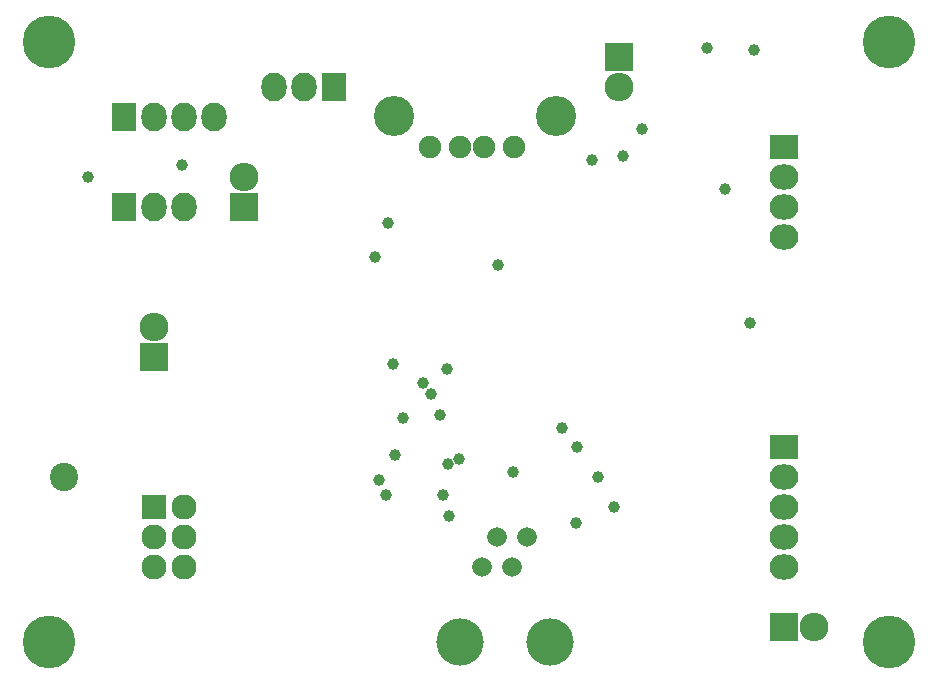
<source format=gbs>
%TF.GenerationSoftware,KiCad,Pcbnew,4.0.2+dfsg1-stable*%
%TF.CreationDate,2019-03-01T13:29:53+01:00*%
%TF.ProjectId,StandAlone-Adapter,5374616E64416C6F6E652D4164617074,rev?*%
%TF.FileFunction,Soldermask,Bot*%
%FSLAX46Y46*%
G04 Gerber Fmt 4.6, Leading zero omitted, Abs format (unit mm)*
G04 Created by KiCad (PCBNEW 4.0.2+dfsg1-stable) date Fri 01 Mar 2019 13:29:53 CET*
%MOMM*%
G01*
G04 APERTURE LIST*
%ADD10C,0.100000*%
%ADD11C,4.464000*%
%ADD12R,2.432000X2.432000*%
%ADD13O,2.432000X2.432000*%
%ADD14C,1.901140*%
%ADD15C,3.399740*%
%ADD16C,2.398980*%
%ADD17R,2.127200X2.432000*%
%ADD18O,2.127200X2.432000*%
%ADD19R,2.432000X2.127200*%
%ADD20O,2.432000X2.127200*%
%ADD21R,2.127200X2.127200*%
%ADD22O,2.127200X2.127200*%
%ADD23C,1.670000*%
%ADD24C,4.000000*%
%ADD25C,1.000000*%
G04 APERTURE END LIST*
D10*
D11*
X113030000Y-120650000D03*
X184150000Y-120650000D03*
X184150000Y-69850000D03*
X113030000Y-69850000D03*
D12*
X161290000Y-71120000D03*
D13*
X161290000Y-73660000D03*
D14*
X145287140Y-78742120D03*
X147827140Y-78742120D03*
X149859140Y-78742120D03*
X152399140Y-78742120D03*
D15*
X142239140Y-76075120D03*
X155955140Y-76075120D03*
D12*
X129540000Y-83820000D03*
D13*
X129540000Y-81280000D03*
D16*
X114300000Y-106680000D03*
D17*
X119380000Y-76200000D03*
D18*
X121920000Y-76200000D03*
X124460000Y-76200000D03*
X127000000Y-76200000D03*
D19*
X175260000Y-78740000D03*
D20*
X175260000Y-81280000D03*
X175260000Y-83820000D03*
X175260000Y-86360000D03*
D12*
X175260000Y-119380000D03*
D13*
X177800000Y-119380000D03*
D12*
X121920000Y-96520000D03*
D13*
X121920000Y-93980000D03*
D17*
X119380000Y-83820000D03*
D18*
X121920000Y-83820000D03*
X124460000Y-83820000D03*
D17*
X137160000Y-73660000D03*
D18*
X134620000Y-73660000D03*
X132080000Y-73660000D03*
D19*
X175260000Y-104140000D03*
D20*
X175260000Y-106680000D03*
X175260000Y-109220000D03*
X175260000Y-111760000D03*
X175260000Y-114300000D03*
D21*
X121920000Y-109220000D03*
D22*
X124460000Y-109220000D03*
X121920000Y-111760000D03*
X124460000Y-111760000D03*
X121920000Y-114300000D03*
X124460000Y-114300000D03*
D23*
X152285000Y-114290000D03*
X149745000Y-114290000D03*
X153555000Y-111760000D03*
D24*
X155460000Y-120640000D03*
X147840000Y-120640000D03*
D23*
X151015000Y-111760000D03*
D25*
X152331600Y-106240500D03*
X157634000Y-110587500D03*
X163284100Y-77183000D03*
X146811600Y-105567000D03*
X146887200Y-109995300D03*
X141614200Y-108135600D03*
X160923600Y-109159100D03*
X142389300Y-104803400D03*
X143064700Y-101616300D03*
X168783000Y-70358000D03*
X141721500Y-85138600D03*
X140684400Y-87990400D03*
X170295500Y-82303900D03*
X159060000Y-79840000D03*
X161645300Y-79489300D03*
X142219600Y-97069100D03*
X157799200Y-104140000D03*
X145372000Y-99603100D03*
X159565600Y-106669700D03*
X146769700Y-97499200D03*
X146440000Y-108165700D03*
X147754000Y-105134700D03*
X144749200Y-98715000D03*
X140967400Y-106890800D03*
X146153700Y-101418600D03*
X151069100Y-88709700D03*
X116332000Y-81216500D03*
X172783500Y-70485000D03*
X172402500Y-93599000D03*
X156527500Y-102489000D03*
X124333000Y-80264000D03*
M02*

</source>
